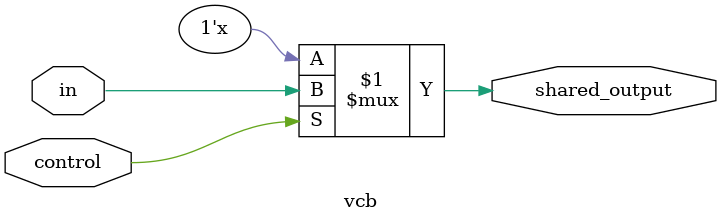
<source format=v>
`timescale 1ns / 1ps

module vcb(in,control,shared_output);
   input  in,control;
   output shared_output;
   tri shared_output;
   bufif1 b1(shared_output,in,control);
endmodule
</source>
